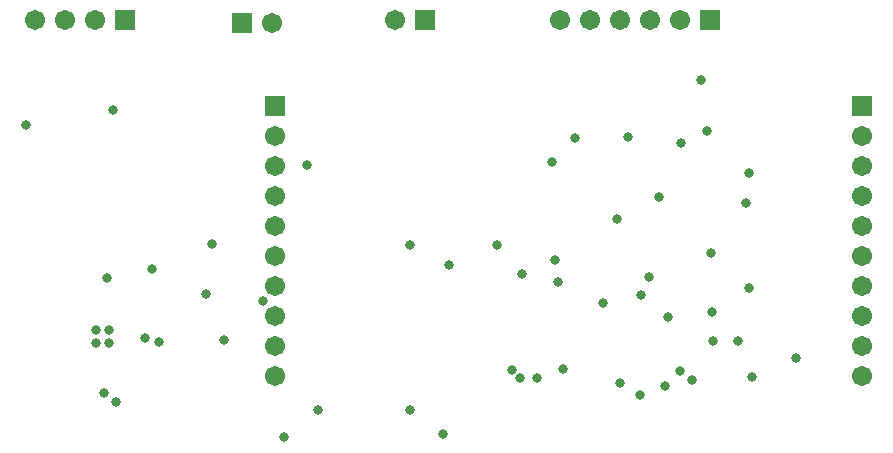
<source format=gbs>
%FSTAX23Y23*%
%MOIN*%
%SFA1B1*%

%IPPOS*%
%ADD50R,0.067060X0.067060*%
%ADD56C,0.067060*%
%ADD57R,0.067060X0.067060*%
%ADD58C,0.033000*%
%LNhanc_digital-1*%
%LPD*%
G54D50*
X06385Y04235D03*
X0443D03*
G54D56*
X06385Y04135D03*
Y03935D03*
Y03835D03*
Y03735D03*
Y03635D03*
Y03535D03*
Y03435D03*
Y03335D03*
Y04035D03*
X0443Y04135D03*
Y03935D03*
Y03835D03*
Y03735D03*
Y03635D03*
Y03535D03*
Y03435D03*
Y03335D03*
Y04035D03*
X0442Y0451D03*
X0383Y0452D03*
X0373D03*
X0363D03*
X0483D03*
X0538D03*
X0548D03*
X0558D03*
X0568D03*
X0578D03*
G54D57*
X0432Y0451D03*
X0393Y0452D03*
X0493D03*
X0588D03*
G54D58*
X0601Y0401D03*
X0587Y0415D03*
X06Y0391D03*
X0585Y0432D03*
X04259Y03455D03*
X0422Y03775D03*
X0488Y0377D03*
X0517D03*
X0402Y0369D03*
X0387Y0366D03*
X03833Y03486D03*
X03876D03*
X03833Y03443D03*
X03876D03*
X0446Y0313D03*
X0499Y0314D03*
X0488Y0322D03*
X05428Y04127D03*
X04536Y04036D03*
X0557Y03858D03*
X0501Y03705D03*
X05884Y03745D03*
X06008Y03629D03*
X0602Y0333D03*
X05373Y03649D03*
X042Y03606D03*
X05254Y03675D03*
X04043Y03449D03*
X05974Y03452D03*
X05645Y0327D03*
X04574Y03221D03*
X05886Y03546D03*
X04389Y03585D03*
X05675Y03663D03*
X05388Y03358D03*
X03899Y03249D03*
X05219Y03354D03*
X05362Y0372D03*
X06167Y03393D03*
X05304Y03326D03*
X05245D03*
X05352Y04046D03*
X0558Y0331D03*
X03859Y03279D03*
X05521Y03578D03*
X05649Y03605D03*
X0574Y0353D03*
X0589Y0345D03*
X0573Y033D03*
X0582Y0332D03*
X0578Y0335D03*
X03996Y03461D03*
X0389Y0422D03*
X036Y0417D03*
X05605Y0413D03*
X0571Y0393D03*
X05783Y0411D03*
M02*
</source>
